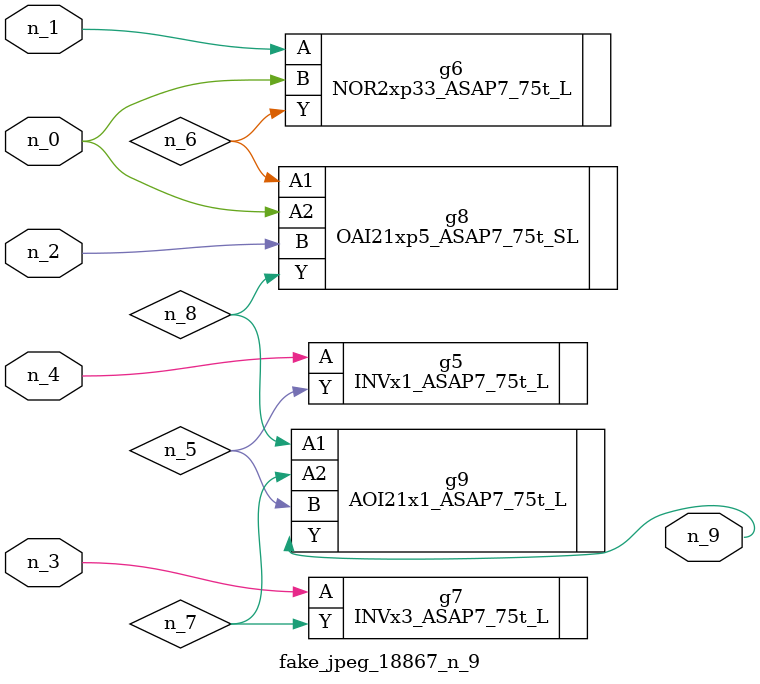
<source format=v>
module fake_jpeg_18867_n_9 (n_3, n_2, n_1, n_0, n_4, n_9);

input n_3;
input n_2;
input n_1;
input n_0;
input n_4;

output n_9;

wire n_8;
wire n_6;
wire n_5;
wire n_7;

INVx1_ASAP7_75t_L g5 ( 
.A(n_4),
.Y(n_5)
);

NOR2xp33_ASAP7_75t_L g6 ( 
.A(n_1),
.B(n_0),
.Y(n_6)
);

INVx3_ASAP7_75t_L g7 ( 
.A(n_3),
.Y(n_7)
);

OAI21xp5_ASAP7_75t_SL g8 ( 
.A1(n_6),
.A2(n_0),
.B(n_2),
.Y(n_8)
);

AOI21x1_ASAP7_75t_L g9 ( 
.A1(n_8),
.A2(n_7),
.B(n_5),
.Y(n_9)
);


endmodule
</source>
